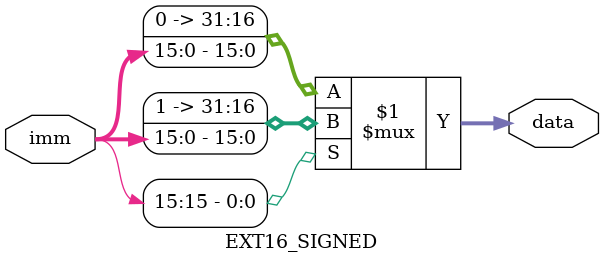
<source format=v>
`timescale 1ns / 1ps
module EXT16_SIGNED(
    input [15:0] imm,
    output [31:0] data
    );
assign data = imm[15]?{16'hffff,imm}:{16'h0000,imm};
endmodule

</source>
